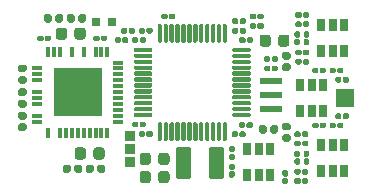
<source format=gbr>
%TF.GenerationSoftware,KiCad,Pcbnew,(5.1.6)-1*%
%TF.CreationDate,2020-10-08T19:10:47-07:00*%
%TF.ProjectId,SinESC-Multi-2.3B,53696e45-5343-42d4-9d75-6c74692d322e,2.3B*%
%TF.SameCoordinates,Original*%
%TF.FileFunction,Soldermask,Top*%
%TF.FilePolarity,Negative*%
%FSLAX46Y46*%
G04 Gerber Fmt 4.6, Leading zero omitted, Abs format (unit mm)*
G04 Created by KiCad (PCBNEW (5.1.6)-1) date 2020-10-08 19:10:47*
%MOMM*%
%LPD*%
G01*
G04 APERTURE LIST*
%ADD10R,0.878000X0.878000*%
%ADD11R,1.578000X1.578000*%
%ADD12R,0.678000X0.778000*%
%ADD13R,0.728000X1.138000*%
%ADD14R,4.167400X4.167400*%
%ADD15R,0.840000X0.332000*%
%ADD16R,0.332000X0.840000*%
%ADD17R,1.978000X0.478000*%
G04 APERTURE END LIST*
%TO.C,R24*%
G36*
G01*
X39169500Y-29149000D02*
X38930500Y-29149000D01*
G75*
G02*
X38811000Y-29029500I0J119500D01*
G01*
X38811000Y-28730500D01*
G75*
G02*
X38930500Y-28611000I119500J0D01*
G01*
X39169500Y-28611000D01*
G75*
G02*
X39289000Y-28730500I0J-119500D01*
G01*
X39289000Y-29029500D01*
G75*
G02*
X39169500Y-29149000I-119500J0D01*
G01*
G37*
G36*
G01*
X39169500Y-29789000D02*
X38930500Y-29789000D01*
G75*
G02*
X38811000Y-29669500I0J119500D01*
G01*
X38811000Y-29370500D01*
G75*
G02*
X38930500Y-29251000I119500J0D01*
G01*
X39169500Y-29251000D01*
G75*
G02*
X39289000Y-29370500I0J-119500D01*
G01*
X39289000Y-29669500D01*
G75*
G02*
X39169500Y-29789000I-119500J0D01*
G01*
G37*
%TD*%
%TO.C,L1*%
G36*
G01*
X31114000Y-26901600D02*
X31114000Y-29098400D01*
G75*
G02*
X30848400Y-29364000I-265600J0D01*
G01*
X30051600Y-29364000D01*
G75*
G02*
X29786000Y-29098400I0J265600D01*
G01*
X29786000Y-26901600D01*
G75*
G02*
X30051600Y-26636000I265600J0D01*
G01*
X30848400Y-26636000D01*
G75*
G02*
X31114000Y-26901600I0J-265600D01*
G01*
G37*
G36*
G01*
X33914000Y-26901600D02*
X33914000Y-29098400D01*
G75*
G02*
X33648400Y-29364000I-265600J0D01*
G01*
X32851600Y-29364000D01*
G75*
G02*
X32586000Y-29098400I0J265600D01*
G01*
X32586000Y-26901600D01*
G75*
G02*
X32851600Y-26636000I265600J0D01*
G01*
X33648400Y-26636000D01*
G75*
G02*
X33914000Y-26901600I0J-265600D01*
G01*
G37*
%TD*%
%TO.C,U1*%
G36*
G01*
X34139000Y-24668000D02*
X34139000Y-26032000D01*
G75*
G02*
X34044500Y-26126500I-94500J0D01*
G01*
X33855500Y-26126500D01*
G75*
G02*
X33761000Y-26032000I0J94500D01*
G01*
X33761000Y-24668000D01*
G75*
G02*
X33855500Y-24573500I94500J0D01*
G01*
X34044500Y-24573500D01*
G75*
G02*
X34139000Y-24668000I0J-94500D01*
G01*
G37*
G36*
G01*
X33639000Y-24668000D02*
X33639000Y-26032000D01*
G75*
G02*
X33544500Y-26126500I-94500J0D01*
G01*
X33355500Y-26126500D01*
G75*
G02*
X33261000Y-26032000I0J94500D01*
G01*
X33261000Y-24668000D01*
G75*
G02*
X33355500Y-24573500I94500J0D01*
G01*
X33544500Y-24573500D01*
G75*
G02*
X33639000Y-24668000I0J-94500D01*
G01*
G37*
G36*
G01*
X33139000Y-24668000D02*
X33139000Y-26032000D01*
G75*
G02*
X33044500Y-26126500I-94500J0D01*
G01*
X32855500Y-26126500D01*
G75*
G02*
X32761000Y-26032000I0J94500D01*
G01*
X32761000Y-24668000D01*
G75*
G02*
X32855500Y-24573500I94500J0D01*
G01*
X33044500Y-24573500D01*
G75*
G02*
X33139000Y-24668000I0J-94500D01*
G01*
G37*
G36*
G01*
X32639000Y-24668000D02*
X32639000Y-26032000D01*
G75*
G02*
X32544500Y-26126500I-94500J0D01*
G01*
X32355500Y-26126500D01*
G75*
G02*
X32261000Y-26032000I0J94500D01*
G01*
X32261000Y-24668000D01*
G75*
G02*
X32355500Y-24573500I94500J0D01*
G01*
X32544500Y-24573500D01*
G75*
G02*
X32639000Y-24668000I0J-94500D01*
G01*
G37*
G36*
G01*
X32139000Y-24668000D02*
X32139000Y-26032000D01*
G75*
G02*
X32044500Y-26126500I-94500J0D01*
G01*
X31855500Y-26126500D01*
G75*
G02*
X31761000Y-26032000I0J94500D01*
G01*
X31761000Y-24668000D01*
G75*
G02*
X31855500Y-24573500I94500J0D01*
G01*
X32044500Y-24573500D01*
G75*
G02*
X32139000Y-24668000I0J-94500D01*
G01*
G37*
G36*
G01*
X31639000Y-24668000D02*
X31639000Y-26032000D01*
G75*
G02*
X31544500Y-26126500I-94500J0D01*
G01*
X31355500Y-26126500D01*
G75*
G02*
X31261000Y-26032000I0J94500D01*
G01*
X31261000Y-24668000D01*
G75*
G02*
X31355500Y-24573500I94500J0D01*
G01*
X31544500Y-24573500D01*
G75*
G02*
X31639000Y-24668000I0J-94500D01*
G01*
G37*
G36*
G01*
X31139000Y-24668000D02*
X31139000Y-26032000D01*
G75*
G02*
X31044500Y-26126500I-94500J0D01*
G01*
X30855500Y-26126500D01*
G75*
G02*
X30761000Y-26032000I0J94500D01*
G01*
X30761000Y-24668000D01*
G75*
G02*
X30855500Y-24573500I94500J0D01*
G01*
X31044500Y-24573500D01*
G75*
G02*
X31139000Y-24668000I0J-94500D01*
G01*
G37*
G36*
G01*
X30639000Y-24668000D02*
X30639000Y-26032000D01*
G75*
G02*
X30544500Y-26126500I-94500J0D01*
G01*
X30355500Y-26126500D01*
G75*
G02*
X30261000Y-26032000I0J94500D01*
G01*
X30261000Y-24668000D01*
G75*
G02*
X30355500Y-24573500I94500J0D01*
G01*
X30544500Y-24573500D01*
G75*
G02*
X30639000Y-24668000I0J-94500D01*
G01*
G37*
G36*
G01*
X30139000Y-24668000D02*
X30139000Y-26032000D01*
G75*
G02*
X30044500Y-26126500I-94500J0D01*
G01*
X29855500Y-26126500D01*
G75*
G02*
X29761000Y-26032000I0J94500D01*
G01*
X29761000Y-24668000D01*
G75*
G02*
X29855500Y-24573500I94500J0D01*
G01*
X30044500Y-24573500D01*
G75*
G02*
X30139000Y-24668000I0J-94500D01*
G01*
G37*
G36*
G01*
X29639000Y-24668000D02*
X29639000Y-26032000D01*
G75*
G02*
X29544500Y-26126500I-94500J0D01*
G01*
X29355500Y-26126500D01*
G75*
G02*
X29261000Y-26032000I0J94500D01*
G01*
X29261000Y-24668000D01*
G75*
G02*
X29355500Y-24573500I94500J0D01*
G01*
X29544500Y-24573500D01*
G75*
G02*
X29639000Y-24668000I0J-94500D01*
G01*
G37*
G36*
G01*
X29139000Y-24668000D02*
X29139000Y-26032000D01*
G75*
G02*
X29044500Y-26126500I-94500J0D01*
G01*
X28855500Y-26126500D01*
G75*
G02*
X28761000Y-26032000I0J94500D01*
G01*
X28761000Y-24668000D01*
G75*
G02*
X28855500Y-24573500I94500J0D01*
G01*
X29044500Y-24573500D01*
G75*
G02*
X29139000Y-24668000I0J-94500D01*
G01*
G37*
G36*
G01*
X28639000Y-24668000D02*
X28639000Y-26032000D01*
G75*
G02*
X28544500Y-26126500I-94500J0D01*
G01*
X28355500Y-26126500D01*
G75*
G02*
X28261000Y-26032000I0J94500D01*
G01*
X28261000Y-24668000D01*
G75*
G02*
X28355500Y-24573500I94500J0D01*
G01*
X28544500Y-24573500D01*
G75*
G02*
X28639000Y-24668000I0J-94500D01*
G01*
G37*
G36*
G01*
X27814000Y-23843000D02*
X27814000Y-24032000D01*
G75*
G02*
X27719500Y-24126500I-94500J0D01*
G01*
X26355500Y-24126500D01*
G75*
G02*
X26261000Y-24032000I0J94500D01*
G01*
X26261000Y-23843000D01*
G75*
G02*
X26355500Y-23748500I94500J0D01*
G01*
X27719500Y-23748500D01*
G75*
G02*
X27814000Y-23843000I0J-94500D01*
G01*
G37*
G36*
G01*
X27814000Y-23343000D02*
X27814000Y-23532000D01*
G75*
G02*
X27719500Y-23626500I-94500J0D01*
G01*
X26355500Y-23626500D01*
G75*
G02*
X26261000Y-23532000I0J94500D01*
G01*
X26261000Y-23343000D01*
G75*
G02*
X26355500Y-23248500I94500J0D01*
G01*
X27719500Y-23248500D01*
G75*
G02*
X27814000Y-23343000I0J-94500D01*
G01*
G37*
G36*
G01*
X27814000Y-22843000D02*
X27814000Y-23032000D01*
G75*
G02*
X27719500Y-23126500I-94500J0D01*
G01*
X26355500Y-23126500D01*
G75*
G02*
X26261000Y-23032000I0J94500D01*
G01*
X26261000Y-22843000D01*
G75*
G02*
X26355500Y-22748500I94500J0D01*
G01*
X27719500Y-22748500D01*
G75*
G02*
X27814000Y-22843000I0J-94500D01*
G01*
G37*
G36*
G01*
X27814000Y-22343000D02*
X27814000Y-22532000D01*
G75*
G02*
X27719500Y-22626500I-94500J0D01*
G01*
X26355500Y-22626500D01*
G75*
G02*
X26261000Y-22532000I0J94500D01*
G01*
X26261000Y-22343000D01*
G75*
G02*
X26355500Y-22248500I94500J0D01*
G01*
X27719500Y-22248500D01*
G75*
G02*
X27814000Y-22343000I0J-94500D01*
G01*
G37*
G36*
G01*
X27814000Y-21843000D02*
X27814000Y-22032000D01*
G75*
G02*
X27719500Y-22126500I-94500J0D01*
G01*
X26355500Y-22126500D01*
G75*
G02*
X26261000Y-22032000I0J94500D01*
G01*
X26261000Y-21843000D01*
G75*
G02*
X26355500Y-21748500I94500J0D01*
G01*
X27719500Y-21748500D01*
G75*
G02*
X27814000Y-21843000I0J-94500D01*
G01*
G37*
G36*
G01*
X27814000Y-21343000D02*
X27814000Y-21532000D01*
G75*
G02*
X27719500Y-21626500I-94500J0D01*
G01*
X26355500Y-21626500D01*
G75*
G02*
X26261000Y-21532000I0J94500D01*
G01*
X26261000Y-21343000D01*
G75*
G02*
X26355500Y-21248500I94500J0D01*
G01*
X27719500Y-21248500D01*
G75*
G02*
X27814000Y-21343000I0J-94500D01*
G01*
G37*
G36*
G01*
X27814000Y-20843000D02*
X27814000Y-21032000D01*
G75*
G02*
X27719500Y-21126500I-94500J0D01*
G01*
X26355500Y-21126500D01*
G75*
G02*
X26261000Y-21032000I0J94500D01*
G01*
X26261000Y-20843000D01*
G75*
G02*
X26355500Y-20748500I94500J0D01*
G01*
X27719500Y-20748500D01*
G75*
G02*
X27814000Y-20843000I0J-94500D01*
G01*
G37*
G36*
G01*
X27814000Y-20343000D02*
X27814000Y-20532000D01*
G75*
G02*
X27719500Y-20626500I-94500J0D01*
G01*
X26355500Y-20626500D01*
G75*
G02*
X26261000Y-20532000I0J94500D01*
G01*
X26261000Y-20343000D01*
G75*
G02*
X26355500Y-20248500I94500J0D01*
G01*
X27719500Y-20248500D01*
G75*
G02*
X27814000Y-20343000I0J-94500D01*
G01*
G37*
G36*
G01*
X27814000Y-19843000D02*
X27814000Y-20032000D01*
G75*
G02*
X27719500Y-20126500I-94500J0D01*
G01*
X26355500Y-20126500D01*
G75*
G02*
X26261000Y-20032000I0J94500D01*
G01*
X26261000Y-19843000D01*
G75*
G02*
X26355500Y-19748500I94500J0D01*
G01*
X27719500Y-19748500D01*
G75*
G02*
X27814000Y-19843000I0J-94500D01*
G01*
G37*
G36*
G01*
X27814000Y-19343000D02*
X27814000Y-19532000D01*
G75*
G02*
X27719500Y-19626500I-94500J0D01*
G01*
X26355500Y-19626500D01*
G75*
G02*
X26261000Y-19532000I0J94500D01*
G01*
X26261000Y-19343000D01*
G75*
G02*
X26355500Y-19248500I94500J0D01*
G01*
X27719500Y-19248500D01*
G75*
G02*
X27814000Y-19343000I0J-94500D01*
G01*
G37*
G36*
G01*
X27814000Y-18843000D02*
X27814000Y-19032000D01*
G75*
G02*
X27719500Y-19126500I-94500J0D01*
G01*
X26355500Y-19126500D01*
G75*
G02*
X26261000Y-19032000I0J94500D01*
G01*
X26261000Y-18843000D01*
G75*
G02*
X26355500Y-18748500I94500J0D01*
G01*
X27719500Y-18748500D01*
G75*
G02*
X27814000Y-18843000I0J-94500D01*
G01*
G37*
G36*
G01*
X27814000Y-18343000D02*
X27814000Y-18532000D01*
G75*
G02*
X27719500Y-18626500I-94500J0D01*
G01*
X26355500Y-18626500D01*
G75*
G02*
X26261000Y-18532000I0J94500D01*
G01*
X26261000Y-18343000D01*
G75*
G02*
X26355500Y-18248500I94500J0D01*
G01*
X27719500Y-18248500D01*
G75*
G02*
X27814000Y-18343000I0J-94500D01*
G01*
G37*
G36*
G01*
X28639000Y-16343000D02*
X28639000Y-17707000D01*
G75*
G02*
X28544500Y-17801500I-94500J0D01*
G01*
X28355500Y-17801500D01*
G75*
G02*
X28261000Y-17707000I0J94500D01*
G01*
X28261000Y-16343000D01*
G75*
G02*
X28355500Y-16248500I94500J0D01*
G01*
X28544500Y-16248500D01*
G75*
G02*
X28639000Y-16343000I0J-94500D01*
G01*
G37*
G36*
G01*
X29139000Y-16343000D02*
X29139000Y-17707000D01*
G75*
G02*
X29044500Y-17801500I-94500J0D01*
G01*
X28855500Y-17801500D01*
G75*
G02*
X28761000Y-17707000I0J94500D01*
G01*
X28761000Y-16343000D01*
G75*
G02*
X28855500Y-16248500I94500J0D01*
G01*
X29044500Y-16248500D01*
G75*
G02*
X29139000Y-16343000I0J-94500D01*
G01*
G37*
G36*
G01*
X29639000Y-16343000D02*
X29639000Y-17707000D01*
G75*
G02*
X29544500Y-17801500I-94500J0D01*
G01*
X29355500Y-17801500D01*
G75*
G02*
X29261000Y-17707000I0J94500D01*
G01*
X29261000Y-16343000D01*
G75*
G02*
X29355500Y-16248500I94500J0D01*
G01*
X29544500Y-16248500D01*
G75*
G02*
X29639000Y-16343000I0J-94500D01*
G01*
G37*
G36*
G01*
X30139000Y-16343000D02*
X30139000Y-17707000D01*
G75*
G02*
X30044500Y-17801500I-94500J0D01*
G01*
X29855500Y-17801500D01*
G75*
G02*
X29761000Y-17707000I0J94500D01*
G01*
X29761000Y-16343000D01*
G75*
G02*
X29855500Y-16248500I94500J0D01*
G01*
X30044500Y-16248500D01*
G75*
G02*
X30139000Y-16343000I0J-94500D01*
G01*
G37*
G36*
G01*
X30639000Y-16343000D02*
X30639000Y-17707000D01*
G75*
G02*
X30544500Y-17801500I-94500J0D01*
G01*
X30355500Y-17801500D01*
G75*
G02*
X30261000Y-17707000I0J94500D01*
G01*
X30261000Y-16343000D01*
G75*
G02*
X30355500Y-16248500I94500J0D01*
G01*
X30544500Y-16248500D01*
G75*
G02*
X30639000Y-16343000I0J-94500D01*
G01*
G37*
G36*
G01*
X31139000Y-16343000D02*
X31139000Y-17707000D01*
G75*
G02*
X31044500Y-17801500I-94500J0D01*
G01*
X30855500Y-17801500D01*
G75*
G02*
X30761000Y-17707000I0J94500D01*
G01*
X30761000Y-16343000D01*
G75*
G02*
X30855500Y-16248500I94500J0D01*
G01*
X31044500Y-16248500D01*
G75*
G02*
X31139000Y-16343000I0J-94500D01*
G01*
G37*
G36*
G01*
X31639000Y-16343000D02*
X31639000Y-17707000D01*
G75*
G02*
X31544500Y-17801500I-94500J0D01*
G01*
X31355500Y-17801500D01*
G75*
G02*
X31261000Y-17707000I0J94500D01*
G01*
X31261000Y-16343000D01*
G75*
G02*
X31355500Y-16248500I94500J0D01*
G01*
X31544500Y-16248500D01*
G75*
G02*
X31639000Y-16343000I0J-94500D01*
G01*
G37*
G36*
G01*
X32139000Y-16343000D02*
X32139000Y-17707000D01*
G75*
G02*
X32044500Y-17801500I-94500J0D01*
G01*
X31855500Y-17801500D01*
G75*
G02*
X31761000Y-17707000I0J94500D01*
G01*
X31761000Y-16343000D01*
G75*
G02*
X31855500Y-16248500I94500J0D01*
G01*
X32044500Y-16248500D01*
G75*
G02*
X32139000Y-16343000I0J-94500D01*
G01*
G37*
G36*
G01*
X32639000Y-16343000D02*
X32639000Y-17707000D01*
G75*
G02*
X32544500Y-17801500I-94500J0D01*
G01*
X32355500Y-17801500D01*
G75*
G02*
X32261000Y-17707000I0J94500D01*
G01*
X32261000Y-16343000D01*
G75*
G02*
X32355500Y-16248500I94500J0D01*
G01*
X32544500Y-16248500D01*
G75*
G02*
X32639000Y-16343000I0J-94500D01*
G01*
G37*
G36*
G01*
X33139000Y-16343000D02*
X33139000Y-17707000D01*
G75*
G02*
X33044500Y-17801500I-94500J0D01*
G01*
X32855500Y-17801500D01*
G75*
G02*
X32761000Y-17707000I0J94500D01*
G01*
X32761000Y-16343000D01*
G75*
G02*
X32855500Y-16248500I94500J0D01*
G01*
X33044500Y-16248500D01*
G75*
G02*
X33139000Y-16343000I0J-94500D01*
G01*
G37*
G36*
G01*
X33639000Y-16343000D02*
X33639000Y-17707000D01*
G75*
G02*
X33544500Y-17801500I-94500J0D01*
G01*
X33355500Y-17801500D01*
G75*
G02*
X33261000Y-17707000I0J94500D01*
G01*
X33261000Y-16343000D01*
G75*
G02*
X33355500Y-16248500I94500J0D01*
G01*
X33544500Y-16248500D01*
G75*
G02*
X33639000Y-16343000I0J-94500D01*
G01*
G37*
G36*
G01*
X34139000Y-16343000D02*
X34139000Y-17707000D01*
G75*
G02*
X34044500Y-17801500I-94500J0D01*
G01*
X33855500Y-17801500D01*
G75*
G02*
X33761000Y-17707000I0J94500D01*
G01*
X33761000Y-16343000D01*
G75*
G02*
X33855500Y-16248500I94500J0D01*
G01*
X34044500Y-16248500D01*
G75*
G02*
X34139000Y-16343000I0J-94500D01*
G01*
G37*
G36*
G01*
X36139000Y-18343000D02*
X36139000Y-18532000D01*
G75*
G02*
X36044500Y-18626500I-94500J0D01*
G01*
X34680500Y-18626500D01*
G75*
G02*
X34586000Y-18532000I0J94500D01*
G01*
X34586000Y-18343000D01*
G75*
G02*
X34680500Y-18248500I94500J0D01*
G01*
X36044500Y-18248500D01*
G75*
G02*
X36139000Y-18343000I0J-94500D01*
G01*
G37*
G36*
G01*
X36139000Y-18843000D02*
X36139000Y-19032000D01*
G75*
G02*
X36044500Y-19126500I-94500J0D01*
G01*
X34680500Y-19126500D01*
G75*
G02*
X34586000Y-19032000I0J94500D01*
G01*
X34586000Y-18843000D01*
G75*
G02*
X34680500Y-18748500I94500J0D01*
G01*
X36044500Y-18748500D01*
G75*
G02*
X36139000Y-18843000I0J-94500D01*
G01*
G37*
G36*
G01*
X36139000Y-19343000D02*
X36139000Y-19532000D01*
G75*
G02*
X36044500Y-19626500I-94500J0D01*
G01*
X34680500Y-19626500D01*
G75*
G02*
X34586000Y-19532000I0J94500D01*
G01*
X34586000Y-19343000D01*
G75*
G02*
X34680500Y-19248500I94500J0D01*
G01*
X36044500Y-19248500D01*
G75*
G02*
X36139000Y-19343000I0J-94500D01*
G01*
G37*
G36*
G01*
X36139000Y-19843000D02*
X36139000Y-20032000D01*
G75*
G02*
X36044500Y-20126500I-94500J0D01*
G01*
X34680500Y-20126500D01*
G75*
G02*
X34586000Y-20032000I0J94500D01*
G01*
X34586000Y-19843000D01*
G75*
G02*
X34680500Y-19748500I94500J0D01*
G01*
X36044500Y-19748500D01*
G75*
G02*
X36139000Y-19843000I0J-94500D01*
G01*
G37*
G36*
G01*
X36139000Y-20343000D02*
X36139000Y-20532000D01*
G75*
G02*
X36044500Y-20626500I-94500J0D01*
G01*
X34680500Y-20626500D01*
G75*
G02*
X34586000Y-20532000I0J94500D01*
G01*
X34586000Y-20343000D01*
G75*
G02*
X34680500Y-20248500I94500J0D01*
G01*
X36044500Y-20248500D01*
G75*
G02*
X36139000Y-20343000I0J-94500D01*
G01*
G37*
G36*
G01*
X36139000Y-20843000D02*
X36139000Y-21032000D01*
G75*
G02*
X36044500Y-21126500I-94500J0D01*
G01*
X34680500Y-21126500D01*
G75*
G02*
X34586000Y-21032000I0J94500D01*
G01*
X34586000Y-20843000D01*
G75*
G02*
X34680500Y-20748500I94500J0D01*
G01*
X36044500Y-20748500D01*
G75*
G02*
X36139000Y-20843000I0J-94500D01*
G01*
G37*
G36*
G01*
X36139000Y-21343000D02*
X36139000Y-21532000D01*
G75*
G02*
X36044500Y-21626500I-94500J0D01*
G01*
X34680500Y-21626500D01*
G75*
G02*
X34586000Y-21532000I0J94500D01*
G01*
X34586000Y-21343000D01*
G75*
G02*
X34680500Y-21248500I94500J0D01*
G01*
X36044500Y-21248500D01*
G75*
G02*
X36139000Y-21343000I0J-94500D01*
G01*
G37*
G36*
G01*
X36139000Y-21843000D02*
X36139000Y-22032000D01*
G75*
G02*
X36044500Y-22126500I-94500J0D01*
G01*
X34680500Y-22126500D01*
G75*
G02*
X34586000Y-22032000I0J94500D01*
G01*
X34586000Y-21843000D01*
G75*
G02*
X34680500Y-21748500I94500J0D01*
G01*
X36044500Y-21748500D01*
G75*
G02*
X36139000Y-21843000I0J-94500D01*
G01*
G37*
G36*
G01*
X36139000Y-22343000D02*
X36139000Y-22532000D01*
G75*
G02*
X36044500Y-22626500I-94500J0D01*
G01*
X34680500Y-22626500D01*
G75*
G02*
X34586000Y-22532000I0J94500D01*
G01*
X34586000Y-22343000D01*
G75*
G02*
X34680500Y-22248500I94500J0D01*
G01*
X36044500Y-22248500D01*
G75*
G02*
X36139000Y-22343000I0J-94500D01*
G01*
G37*
G36*
G01*
X36139000Y-22843000D02*
X36139000Y-23032000D01*
G75*
G02*
X36044500Y-23126500I-94500J0D01*
G01*
X34680500Y-23126500D01*
G75*
G02*
X34586000Y-23032000I0J94500D01*
G01*
X34586000Y-22843000D01*
G75*
G02*
X34680500Y-22748500I94500J0D01*
G01*
X36044500Y-22748500D01*
G75*
G02*
X36139000Y-22843000I0J-94500D01*
G01*
G37*
G36*
G01*
X36139000Y-23343000D02*
X36139000Y-23532000D01*
G75*
G02*
X36044500Y-23626500I-94500J0D01*
G01*
X34680500Y-23626500D01*
G75*
G02*
X34586000Y-23532000I0J94500D01*
G01*
X34586000Y-23343000D01*
G75*
G02*
X34680500Y-23248500I94500J0D01*
G01*
X36044500Y-23248500D01*
G75*
G02*
X36139000Y-23343000I0J-94500D01*
G01*
G37*
G36*
G01*
X36139000Y-23843000D02*
X36139000Y-24032000D01*
G75*
G02*
X36044500Y-24126500I-94500J0D01*
G01*
X34680500Y-24126500D01*
G75*
G02*
X34586000Y-24032000I0J94500D01*
G01*
X34586000Y-23843000D01*
G75*
G02*
X34680500Y-23748500I94500J0D01*
G01*
X36044500Y-23748500D01*
G75*
G02*
X36139000Y-23843000I0J-94500D01*
G01*
G37*
%TD*%
%TO.C,R10*%
G36*
G01*
X41879000Y-24705500D02*
X41879000Y-24944500D01*
G75*
G02*
X41759500Y-25064000I-119500J0D01*
G01*
X41460500Y-25064000D01*
G75*
G02*
X41341000Y-24944500I0J119500D01*
G01*
X41341000Y-24705500D01*
G75*
G02*
X41460500Y-24586000I119500J0D01*
G01*
X41759500Y-24586000D01*
G75*
G02*
X41879000Y-24705500I0J-119500D01*
G01*
G37*
G36*
G01*
X42519000Y-24705500D02*
X42519000Y-24944500D01*
G75*
G02*
X42399500Y-25064000I-119500J0D01*
G01*
X42100500Y-25064000D01*
G75*
G02*
X41981000Y-24944500I0J119500D01*
G01*
X41981000Y-24705500D01*
G75*
G02*
X42100500Y-24586000I119500J0D01*
G01*
X42399500Y-24586000D01*
G75*
G02*
X42519000Y-24705500I0J-119500D01*
G01*
G37*
%TD*%
%TO.C,C6*%
G36*
G01*
X35699000Y-17480500D02*
X35699000Y-17719500D01*
G75*
G02*
X35579500Y-17839000I-119500J0D01*
G01*
X35280500Y-17839000D01*
G75*
G02*
X35161000Y-17719500I0J119500D01*
G01*
X35161000Y-17480500D01*
G75*
G02*
X35280500Y-17361000I119500J0D01*
G01*
X35579500Y-17361000D01*
G75*
G02*
X35699000Y-17480500I0J-119500D01*
G01*
G37*
G36*
G01*
X36339000Y-17480500D02*
X36339000Y-17719500D01*
G75*
G02*
X36219500Y-17839000I-119500J0D01*
G01*
X35920500Y-17839000D01*
G75*
G02*
X35801000Y-17719500I0J119500D01*
G01*
X35801000Y-17480500D01*
G75*
G02*
X35920500Y-17361000I119500J0D01*
G01*
X36219500Y-17361000D01*
G75*
G02*
X36339000Y-17480500I0J-119500D01*
G01*
G37*
%TD*%
%TO.C,C21*%
G36*
G01*
X20589000Y-16774250D02*
X20589000Y-17325750D01*
G75*
G02*
X20350750Y-17564000I-238250J0D01*
G01*
X19874250Y-17564000D01*
G75*
G02*
X19636000Y-17325750I0J238250D01*
G01*
X19636000Y-16774250D01*
G75*
G02*
X19874250Y-16536000I238250J0D01*
G01*
X20350750Y-16536000D01*
G75*
G02*
X20589000Y-16774250I0J-238250D01*
G01*
G37*
G36*
G01*
X22164000Y-16774250D02*
X22164000Y-17325750D01*
G75*
G02*
X21925750Y-17564000I-238250J0D01*
G01*
X21449250Y-17564000D01*
G75*
G02*
X21211000Y-17325750I0J238250D01*
G01*
X21211000Y-16774250D01*
G75*
G02*
X21449250Y-16536000I238250J0D01*
G01*
X21925750Y-16536000D01*
G75*
G02*
X22164000Y-16774250I0J-238250D01*
G01*
G37*
%TD*%
%TO.C,C20*%
G36*
G01*
X18599000Y-17330500D02*
X18599000Y-17569500D01*
G75*
G02*
X18479500Y-17689000I-119500J0D01*
G01*
X18180500Y-17689000D01*
G75*
G02*
X18061000Y-17569500I0J119500D01*
G01*
X18061000Y-17330500D01*
G75*
G02*
X18180500Y-17211000I119500J0D01*
G01*
X18479500Y-17211000D01*
G75*
G02*
X18599000Y-17330500I0J-119500D01*
G01*
G37*
G36*
G01*
X19239000Y-17330500D02*
X19239000Y-17569500D01*
G75*
G02*
X19119500Y-17689000I-119500J0D01*
G01*
X18820500Y-17689000D01*
G75*
G02*
X18701000Y-17569500I0J119500D01*
G01*
X18701000Y-17330500D01*
G75*
G02*
X18820500Y-17211000I119500J0D01*
G01*
X19119500Y-17211000D01*
G75*
G02*
X19239000Y-17330500I0J-119500D01*
G01*
G37*
%TD*%
%TO.C,C22*%
G36*
G01*
X22811000Y-27475750D02*
X22811000Y-26924250D01*
G75*
G02*
X23049250Y-26686000I238250J0D01*
G01*
X23525750Y-26686000D01*
G75*
G02*
X23764000Y-26924250I0J-238250D01*
G01*
X23764000Y-27475750D01*
G75*
G02*
X23525750Y-27714000I-238250J0D01*
G01*
X23049250Y-27714000D01*
G75*
G02*
X22811000Y-27475750I0J238250D01*
G01*
G37*
G36*
G01*
X21236000Y-27475750D02*
X21236000Y-26924250D01*
G75*
G02*
X21474250Y-26686000I238250J0D01*
G01*
X21950750Y-26686000D01*
G75*
G02*
X22189000Y-26924250I0J-238250D01*
G01*
X22189000Y-27475750D01*
G75*
G02*
X21950750Y-27714000I-238250J0D01*
G01*
X21474250Y-27714000D01*
G75*
G02*
X21236000Y-27475750I0J238250D01*
G01*
G37*
%TD*%
%TO.C,C19*%
G36*
G01*
X20899000Y-28308000D02*
X20899000Y-28692000D01*
G75*
G02*
X20732000Y-28859000I-167000J0D01*
G01*
X20398000Y-28859000D01*
G75*
G02*
X20231000Y-28692000I0J167000D01*
G01*
X20231000Y-28308000D01*
G75*
G02*
X20398000Y-28141000I167000J0D01*
G01*
X20732000Y-28141000D01*
G75*
G02*
X20899000Y-28308000I0J-167000D01*
G01*
G37*
G36*
G01*
X21869000Y-28308000D02*
X21869000Y-28692000D01*
G75*
G02*
X21702000Y-28859000I-167000J0D01*
G01*
X21368000Y-28859000D01*
G75*
G02*
X21201000Y-28692000I0J167000D01*
G01*
X21201000Y-28308000D01*
G75*
G02*
X21368000Y-28141000I167000J0D01*
G01*
X21702000Y-28141000D01*
G75*
G02*
X21869000Y-28308000I0J-167000D01*
G01*
G37*
%TD*%
%TO.C,C17*%
G36*
G01*
X23349000Y-17330500D02*
X23349000Y-17569500D01*
G75*
G02*
X23229500Y-17689000I-119500J0D01*
G01*
X22930500Y-17689000D01*
G75*
G02*
X22811000Y-17569500I0J119500D01*
G01*
X22811000Y-17330500D01*
G75*
G02*
X22930500Y-17211000I119500J0D01*
G01*
X23229500Y-17211000D01*
G75*
G02*
X23349000Y-17330500I0J-119500D01*
G01*
G37*
G36*
G01*
X23989000Y-17330500D02*
X23989000Y-17569500D01*
G75*
G02*
X23869500Y-17689000I-119500J0D01*
G01*
X23570500Y-17689000D01*
G75*
G02*
X23451000Y-17569500I0J119500D01*
G01*
X23451000Y-17330500D01*
G75*
G02*
X23570500Y-17211000I119500J0D01*
G01*
X23869500Y-17211000D01*
G75*
G02*
X23989000Y-17330500I0J-119500D01*
G01*
G37*
%TD*%
D10*
%TO.C,TP3*%
X25900000Y-27900000D03*
%TD*%
%TO.C,TP2*%
X25900000Y-26800000D03*
%TD*%
%TO.C,TP1*%
X25900000Y-25700000D03*
%TD*%
D11*
%TO.C,J6*%
X44150000Y-22500000D03*
%TD*%
%TO.C,C1*%
G36*
G01*
X35781000Y-24919500D02*
X35781000Y-24680500D01*
G75*
G02*
X35900500Y-24561000I119500J0D01*
G01*
X36199500Y-24561000D01*
G75*
G02*
X36319000Y-24680500I0J-119500D01*
G01*
X36319000Y-24919500D01*
G75*
G02*
X36199500Y-25039000I-119500J0D01*
G01*
X35900500Y-25039000D01*
G75*
G02*
X35781000Y-24919500I0J119500D01*
G01*
G37*
G36*
G01*
X35141000Y-24919500D02*
X35141000Y-24680500D01*
G75*
G02*
X35260500Y-24561000I119500J0D01*
G01*
X35559500Y-24561000D01*
G75*
G02*
X35679000Y-24680500I0J-119500D01*
G01*
X35679000Y-24919500D01*
G75*
G02*
X35559500Y-25039000I-119500J0D01*
G01*
X35260500Y-25039000D01*
G75*
G02*
X35141000Y-24919500I0J119500D01*
G01*
G37*
%TD*%
%TO.C,C2*%
G36*
G01*
X37901000Y-20119500D02*
X37901000Y-19880500D01*
G75*
G02*
X38020500Y-19761000I119500J0D01*
G01*
X38319500Y-19761000D01*
G75*
G02*
X38439000Y-19880500I0J-119500D01*
G01*
X38439000Y-20119500D01*
G75*
G02*
X38319500Y-20239000I-119500J0D01*
G01*
X38020500Y-20239000D01*
G75*
G02*
X37901000Y-20119500I0J119500D01*
G01*
G37*
G36*
G01*
X37261000Y-20119500D02*
X37261000Y-19880500D01*
G75*
G02*
X37380500Y-19761000I119500J0D01*
G01*
X37679500Y-19761000D01*
G75*
G02*
X37799000Y-19880500I0J-119500D01*
G01*
X37799000Y-20119500D01*
G75*
G02*
X37679500Y-20239000I-119500J0D01*
G01*
X37380500Y-20239000D01*
G75*
G02*
X37261000Y-20119500I0J119500D01*
G01*
G37*
%TD*%
%TO.C,C3*%
G36*
G01*
X35171000Y-25694500D02*
X35171000Y-25455500D01*
G75*
G02*
X35290500Y-25336000I119500J0D01*
G01*
X35589500Y-25336000D01*
G75*
G02*
X35709000Y-25455500I0J-119500D01*
G01*
X35709000Y-25694500D01*
G75*
G02*
X35589500Y-25814000I-119500J0D01*
G01*
X35290500Y-25814000D01*
G75*
G02*
X35171000Y-25694500I0J119500D01*
G01*
G37*
G36*
G01*
X34531000Y-25694500D02*
X34531000Y-25455500D01*
G75*
G02*
X34650500Y-25336000I119500J0D01*
G01*
X34949500Y-25336000D01*
G75*
G02*
X35069000Y-25455500I0J-119500D01*
G01*
X35069000Y-25694500D01*
G75*
G02*
X34949500Y-25814000I-119500J0D01*
G01*
X34650500Y-25814000D01*
G75*
G02*
X34531000Y-25694500I0J119500D01*
G01*
G37*
%TD*%
%TO.C,C4*%
G36*
G01*
X27199000Y-16680500D02*
X27199000Y-16919500D01*
G75*
G02*
X27079500Y-17039000I-119500J0D01*
G01*
X26780500Y-17039000D01*
G75*
G02*
X26661000Y-16919500I0J119500D01*
G01*
X26661000Y-16680500D01*
G75*
G02*
X26780500Y-16561000I119500J0D01*
G01*
X27079500Y-16561000D01*
G75*
G02*
X27199000Y-16680500I0J-119500D01*
G01*
G37*
G36*
G01*
X27839000Y-16680500D02*
X27839000Y-16919500D01*
G75*
G02*
X27719500Y-17039000I-119500J0D01*
G01*
X27420500Y-17039000D01*
G75*
G02*
X27301000Y-16919500I0J119500D01*
G01*
X27301000Y-16680500D01*
G75*
G02*
X27420500Y-16561000I119500J0D01*
G01*
X27719500Y-16561000D01*
G75*
G02*
X27839000Y-16680500I0J-119500D01*
G01*
G37*
%TD*%
%TO.C,C5*%
G36*
G01*
X26629000Y-17480500D02*
X26629000Y-17719500D01*
G75*
G02*
X26509500Y-17839000I-119500J0D01*
G01*
X26210500Y-17839000D01*
G75*
G02*
X26091000Y-17719500I0J119500D01*
G01*
X26091000Y-17480500D01*
G75*
G02*
X26210500Y-17361000I119500J0D01*
G01*
X26509500Y-17361000D01*
G75*
G02*
X26629000Y-17480500I0J-119500D01*
G01*
G37*
G36*
G01*
X27269000Y-17480500D02*
X27269000Y-17719500D01*
G75*
G02*
X27149500Y-17839000I-119500J0D01*
G01*
X26850500Y-17839000D01*
G75*
G02*
X26731000Y-17719500I0J119500D01*
G01*
X26731000Y-17480500D01*
G75*
G02*
X26850500Y-17361000I119500J0D01*
G01*
X27149500Y-17361000D01*
G75*
G02*
X27269000Y-17480500I0J-119500D01*
G01*
G37*
%TD*%
%TO.C,C7*%
G36*
G01*
X39955500Y-17501000D02*
X40194500Y-17501000D01*
G75*
G02*
X40314000Y-17620500I0J-119500D01*
G01*
X40314000Y-17919500D01*
G75*
G02*
X40194500Y-18039000I-119500J0D01*
G01*
X39955500Y-18039000D01*
G75*
G02*
X39836000Y-17919500I0J119500D01*
G01*
X39836000Y-17620500D01*
G75*
G02*
X39955500Y-17501000I119500J0D01*
G01*
G37*
G36*
G01*
X39955500Y-16861000D02*
X40194500Y-16861000D01*
G75*
G02*
X40314000Y-16980500I0J-119500D01*
G01*
X40314000Y-17279500D01*
G75*
G02*
X40194500Y-17399000I-119500J0D01*
G01*
X39955500Y-17399000D01*
G75*
G02*
X39836000Y-17279500I0J119500D01*
G01*
X39836000Y-16980500D01*
G75*
G02*
X39955500Y-16861000I119500J0D01*
G01*
G37*
%TD*%
%TO.C,C8*%
G36*
G01*
X26629000Y-24630500D02*
X26629000Y-24869500D01*
G75*
G02*
X26509500Y-24989000I-119500J0D01*
G01*
X26210500Y-24989000D01*
G75*
G02*
X26091000Y-24869500I0J119500D01*
G01*
X26091000Y-24630500D01*
G75*
G02*
X26210500Y-24511000I119500J0D01*
G01*
X26509500Y-24511000D01*
G75*
G02*
X26629000Y-24630500I0J-119500D01*
G01*
G37*
G36*
G01*
X27269000Y-24630500D02*
X27269000Y-24869500D01*
G75*
G02*
X27149500Y-24989000I-119500J0D01*
G01*
X26850500Y-24989000D01*
G75*
G02*
X26731000Y-24869500I0J119500D01*
G01*
X26731000Y-24630500D01*
G75*
G02*
X26850500Y-24511000I119500J0D01*
G01*
X27149500Y-24511000D01*
G75*
G02*
X27269000Y-24630500I0J-119500D01*
G01*
G37*
%TD*%
%TO.C,C9*%
G36*
G01*
X27199000Y-25430500D02*
X27199000Y-25669500D01*
G75*
G02*
X27079500Y-25789000I-119500J0D01*
G01*
X26780500Y-25789000D01*
G75*
G02*
X26661000Y-25669500I0J119500D01*
G01*
X26661000Y-25430500D01*
G75*
G02*
X26780500Y-25311000I119500J0D01*
G01*
X27079500Y-25311000D01*
G75*
G02*
X27199000Y-25430500I0J-119500D01*
G01*
G37*
G36*
G01*
X27839000Y-25430500D02*
X27839000Y-25669500D01*
G75*
G02*
X27719500Y-25789000I-119500J0D01*
G01*
X27420500Y-25789000D01*
G75*
G02*
X27301000Y-25669500I0J119500D01*
G01*
X27301000Y-25430500D01*
G75*
G02*
X27420500Y-25311000I119500J0D01*
G01*
X27719500Y-25311000D01*
G75*
G02*
X27839000Y-25430500I0J-119500D01*
G01*
G37*
%TD*%
%TO.C,C10*%
G36*
G01*
X37901000Y-19319500D02*
X37901000Y-19080500D01*
G75*
G02*
X38020500Y-18961000I119500J0D01*
G01*
X38319500Y-18961000D01*
G75*
G02*
X38439000Y-19080500I0J-119500D01*
G01*
X38439000Y-19319500D01*
G75*
G02*
X38319500Y-19439000I-119500J0D01*
G01*
X38020500Y-19439000D01*
G75*
G02*
X37901000Y-19319500I0J119500D01*
G01*
G37*
G36*
G01*
X37261000Y-19319500D02*
X37261000Y-19080500D01*
G75*
G02*
X37380500Y-18961000I119500J0D01*
G01*
X37679500Y-18961000D01*
G75*
G02*
X37799000Y-19080500I0J-119500D01*
G01*
X37799000Y-19319500D01*
G75*
G02*
X37679500Y-19439000I-119500J0D01*
G01*
X37380500Y-19439000D01*
G75*
G02*
X37261000Y-19319500I0J119500D01*
G01*
G37*
%TD*%
%TO.C,C11*%
G36*
G01*
X38958000Y-19566000D02*
X39342000Y-19566000D01*
G75*
G02*
X39509000Y-19733000I0J-167000D01*
G01*
X39509000Y-20067000D01*
G75*
G02*
X39342000Y-20234000I-167000J0D01*
G01*
X38958000Y-20234000D01*
G75*
G02*
X38791000Y-20067000I0J167000D01*
G01*
X38791000Y-19733000D01*
G75*
G02*
X38958000Y-19566000I167000J0D01*
G01*
G37*
G36*
G01*
X38958000Y-18596000D02*
X39342000Y-18596000D01*
G75*
G02*
X39509000Y-18763000I0J-167000D01*
G01*
X39509000Y-19097000D01*
G75*
G02*
X39342000Y-19264000I-167000J0D01*
G01*
X38958000Y-19264000D01*
G75*
G02*
X38791000Y-19097000I0J167000D01*
G01*
X38791000Y-18763000D01*
G75*
G02*
X38958000Y-18596000I167000J0D01*
G01*
G37*
%TD*%
%TO.C,C12*%
G36*
G01*
X35099000Y-15880500D02*
X35099000Y-16119500D01*
G75*
G02*
X34979500Y-16239000I-119500J0D01*
G01*
X34680500Y-16239000D01*
G75*
G02*
X34561000Y-16119500I0J119500D01*
G01*
X34561000Y-15880500D01*
G75*
G02*
X34680500Y-15761000I119500J0D01*
G01*
X34979500Y-15761000D01*
G75*
G02*
X35099000Y-15880500I0J-119500D01*
G01*
G37*
G36*
G01*
X35739000Y-15880500D02*
X35739000Y-16119500D01*
G75*
G02*
X35619500Y-16239000I-119500J0D01*
G01*
X35320500Y-16239000D01*
G75*
G02*
X35201000Y-16119500I0J119500D01*
G01*
X35201000Y-15880500D01*
G75*
G02*
X35320500Y-15761000I119500J0D01*
G01*
X35619500Y-15761000D01*
G75*
G02*
X35739000Y-15880500I0J-119500D01*
G01*
G37*
%TD*%
%TO.C,C13*%
G36*
G01*
X38461000Y-17925750D02*
X38461000Y-17374250D01*
G75*
G02*
X38699250Y-17136000I238250J0D01*
G01*
X39175750Y-17136000D01*
G75*
G02*
X39414000Y-17374250I0J-238250D01*
G01*
X39414000Y-17925750D01*
G75*
G02*
X39175750Y-18164000I-238250J0D01*
G01*
X38699250Y-18164000D01*
G75*
G02*
X38461000Y-17925750I0J238250D01*
G01*
G37*
G36*
G01*
X36886000Y-17925750D02*
X36886000Y-17374250D01*
G75*
G02*
X37124250Y-17136000I238250J0D01*
G01*
X37600750Y-17136000D01*
G75*
G02*
X37839000Y-17374250I0J-238250D01*
G01*
X37839000Y-17925750D01*
G75*
G02*
X37600750Y-18164000I-238250J0D01*
G01*
X37124250Y-18164000D01*
G75*
G02*
X36886000Y-17925750I0J238250D01*
G01*
G37*
%TD*%
%TO.C,C14*%
G36*
G01*
X43926000Y-24169500D02*
X43926000Y-23930500D01*
G75*
G02*
X44045500Y-23811000I119500J0D01*
G01*
X44344500Y-23811000D01*
G75*
G02*
X44464000Y-23930500I0J-119500D01*
G01*
X44464000Y-24169500D01*
G75*
G02*
X44344500Y-24289000I-119500J0D01*
G01*
X44045500Y-24289000D01*
G75*
G02*
X43926000Y-24169500I0J119500D01*
G01*
G37*
G36*
G01*
X43286000Y-24169500D02*
X43286000Y-23930500D01*
G75*
G02*
X43405500Y-23811000I119500J0D01*
G01*
X43704500Y-23811000D01*
G75*
G02*
X43824000Y-23930500I0J-119500D01*
G01*
X43824000Y-24169500D01*
G75*
G02*
X43704500Y-24289000I-119500J0D01*
G01*
X43405500Y-24289000D01*
G75*
G02*
X43286000Y-24169500I0J119500D01*
G01*
G37*
%TD*%
%TO.C,C15*%
G36*
G01*
X36599000Y-15480500D02*
X36599000Y-15719500D01*
G75*
G02*
X36479500Y-15839000I-119500J0D01*
G01*
X36180500Y-15839000D01*
G75*
G02*
X36061000Y-15719500I0J119500D01*
G01*
X36061000Y-15480500D01*
G75*
G02*
X36180500Y-15361000I119500J0D01*
G01*
X36479500Y-15361000D01*
G75*
G02*
X36599000Y-15480500I0J-119500D01*
G01*
G37*
G36*
G01*
X37239000Y-15480500D02*
X37239000Y-15719500D01*
G75*
G02*
X37119500Y-15839000I-119500J0D01*
G01*
X36820500Y-15839000D01*
G75*
G02*
X36701000Y-15719500I0J119500D01*
G01*
X36701000Y-15480500D01*
G75*
G02*
X36820500Y-15361000I119500J0D01*
G01*
X37119500Y-15361000D01*
G75*
G02*
X37239000Y-15480500I0J-119500D01*
G01*
G37*
%TD*%
%TO.C,C16*%
G36*
G01*
X40969500Y-27499000D02*
X40730500Y-27499000D01*
G75*
G02*
X40611000Y-27379500I0J119500D01*
G01*
X40611000Y-27080500D01*
G75*
G02*
X40730500Y-26961000I119500J0D01*
G01*
X40969500Y-26961000D01*
G75*
G02*
X41089000Y-27080500I0J-119500D01*
G01*
X41089000Y-27379500D01*
G75*
G02*
X40969500Y-27499000I-119500J0D01*
G01*
G37*
G36*
G01*
X40969500Y-28139000D02*
X40730500Y-28139000D01*
G75*
G02*
X40611000Y-28019500I0J119500D01*
G01*
X40611000Y-27720500D01*
G75*
G02*
X40730500Y-27601000I119500J0D01*
G01*
X40969500Y-27601000D01*
G75*
G02*
X41089000Y-27720500I0J-119500D01*
G01*
X41089000Y-28019500D01*
G75*
G02*
X40969500Y-28139000I-119500J0D01*
G01*
G37*
%TD*%
%TO.C,C18*%
G36*
G01*
X23151000Y-28692000D02*
X23151000Y-28308000D01*
G75*
G02*
X23318000Y-28141000I167000J0D01*
G01*
X23652000Y-28141000D01*
G75*
G02*
X23819000Y-28308000I0J-167000D01*
G01*
X23819000Y-28692000D01*
G75*
G02*
X23652000Y-28859000I-167000J0D01*
G01*
X23318000Y-28859000D01*
G75*
G02*
X23151000Y-28692000I0J167000D01*
G01*
G37*
G36*
G01*
X22181000Y-28692000D02*
X22181000Y-28308000D01*
G75*
G02*
X22348000Y-28141000I167000J0D01*
G01*
X22682000Y-28141000D01*
G75*
G02*
X22849000Y-28308000I0J-167000D01*
G01*
X22849000Y-28692000D01*
G75*
G02*
X22682000Y-28859000I-167000J0D01*
G01*
X22348000Y-28859000D01*
G75*
G02*
X22181000Y-28692000I0J167000D01*
G01*
G37*
%TD*%
%TO.C,C23*%
G36*
G01*
X16608000Y-24651000D02*
X16992000Y-24651000D01*
G75*
G02*
X17159000Y-24818000I0J-167000D01*
G01*
X17159000Y-25152000D01*
G75*
G02*
X16992000Y-25319000I-167000J0D01*
G01*
X16608000Y-25319000D01*
G75*
G02*
X16441000Y-25152000I0J167000D01*
G01*
X16441000Y-24818000D01*
G75*
G02*
X16608000Y-24651000I167000J0D01*
G01*
G37*
G36*
G01*
X16608000Y-23681000D02*
X16992000Y-23681000D01*
G75*
G02*
X17159000Y-23848000I0J-167000D01*
G01*
X17159000Y-24182000D01*
G75*
G02*
X16992000Y-24349000I-167000J0D01*
G01*
X16608000Y-24349000D01*
G75*
G02*
X16441000Y-24182000I0J167000D01*
G01*
X16441000Y-23848000D01*
G75*
G02*
X16608000Y-23681000I167000J0D01*
G01*
G37*
%TD*%
%TO.C,C24*%
G36*
G01*
X16608000Y-22651000D02*
X16992000Y-22651000D01*
G75*
G02*
X17159000Y-22818000I0J-167000D01*
G01*
X17159000Y-23152000D01*
G75*
G02*
X16992000Y-23319000I-167000J0D01*
G01*
X16608000Y-23319000D01*
G75*
G02*
X16441000Y-23152000I0J167000D01*
G01*
X16441000Y-22818000D01*
G75*
G02*
X16608000Y-22651000I167000J0D01*
G01*
G37*
G36*
G01*
X16608000Y-21681000D02*
X16992000Y-21681000D01*
G75*
G02*
X17159000Y-21848000I0J-167000D01*
G01*
X17159000Y-22182000D01*
G75*
G02*
X16992000Y-22349000I-167000J0D01*
G01*
X16608000Y-22349000D01*
G75*
G02*
X16441000Y-22182000I0J167000D01*
G01*
X16441000Y-21848000D01*
G75*
G02*
X16608000Y-21681000I167000J0D01*
G01*
G37*
%TD*%
%TO.C,C25*%
G36*
G01*
X16992000Y-20334000D02*
X16608000Y-20334000D01*
G75*
G02*
X16441000Y-20167000I0J167000D01*
G01*
X16441000Y-19833000D01*
G75*
G02*
X16608000Y-19666000I167000J0D01*
G01*
X16992000Y-19666000D01*
G75*
G02*
X17159000Y-19833000I0J-167000D01*
G01*
X17159000Y-20167000D01*
G75*
G02*
X16992000Y-20334000I-167000J0D01*
G01*
G37*
G36*
G01*
X16992000Y-21304000D02*
X16608000Y-21304000D01*
G75*
G02*
X16441000Y-21137000I0J167000D01*
G01*
X16441000Y-20803000D01*
G75*
G02*
X16608000Y-20636000I167000J0D01*
G01*
X16992000Y-20636000D01*
G75*
G02*
X17159000Y-20803000I0J-167000D01*
G01*
X17159000Y-21137000D01*
G75*
G02*
X16992000Y-21304000I-167000J0D01*
G01*
G37*
%TD*%
%TO.C,C26*%
G36*
G01*
X19299000Y-15558000D02*
X19299000Y-15942000D01*
G75*
G02*
X19132000Y-16109000I-167000J0D01*
G01*
X18798000Y-16109000D01*
G75*
G02*
X18631000Y-15942000I0J167000D01*
G01*
X18631000Y-15558000D01*
G75*
G02*
X18798000Y-15391000I167000J0D01*
G01*
X19132000Y-15391000D01*
G75*
G02*
X19299000Y-15558000I0J-167000D01*
G01*
G37*
G36*
G01*
X20269000Y-15558000D02*
X20269000Y-15942000D01*
G75*
G02*
X20102000Y-16109000I-167000J0D01*
G01*
X19768000Y-16109000D01*
G75*
G02*
X19601000Y-15942000I0J167000D01*
G01*
X19601000Y-15558000D01*
G75*
G02*
X19768000Y-15391000I167000J0D01*
G01*
X20102000Y-15391000D01*
G75*
G02*
X20269000Y-15558000I0J-167000D01*
G01*
G37*
%TD*%
%TO.C,C27*%
G36*
G01*
X21249000Y-15558000D02*
X21249000Y-15942000D01*
G75*
G02*
X21082000Y-16109000I-167000J0D01*
G01*
X20748000Y-16109000D01*
G75*
G02*
X20581000Y-15942000I0J167000D01*
G01*
X20581000Y-15558000D01*
G75*
G02*
X20748000Y-15391000I167000J0D01*
G01*
X21082000Y-15391000D01*
G75*
G02*
X21249000Y-15558000I0J-167000D01*
G01*
G37*
G36*
G01*
X22219000Y-15558000D02*
X22219000Y-15942000D01*
G75*
G02*
X22052000Y-16109000I-167000J0D01*
G01*
X21718000Y-16109000D01*
G75*
G02*
X21551000Y-15942000I0J167000D01*
G01*
X21551000Y-15558000D01*
G75*
G02*
X21718000Y-15391000I167000J0D01*
G01*
X22052000Y-15391000D01*
G75*
G02*
X22219000Y-15558000I0J-167000D01*
G01*
G37*
%TD*%
D12*
%TO.C,D1*%
X23000000Y-16050000D03*
X24400000Y-16050000D03*
%TD*%
%TO.C,R1*%
G36*
G01*
X40449000Y-16130500D02*
X40449000Y-16369500D01*
G75*
G02*
X40329500Y-16489000I-119500J0D01*
G01*
X40030500Y-16489000D01*
G75*
G02*
X39911000Y-16369500I0J119500D01*
G01*
X39911000Y-16130500D01*
G75*
G02*
X40030500Y-16011000I119500J0D01*
G01*
X40329500Y-16011000D01*
G75*
G02*
X40449000Y-16130500I0J-119500D01*
G01*
G37*
G36*
G01*
X41089000Y-16130500D02*
X41089000Y-16369500D01*
G75*
G02*
X40969500Y-16489000I-119500J0D01*
G01*
X40670500Y-16489000D01*
G75*
G02*
X40551000Y-16369500I0J119500D01*
G01*
X40551000Y-16130500D01*
G75*
G02*
X40670500Y-16011000I119500J0D01*
G01*
X40969500Y-16011000D01*
G75*
G02*
X41089000Y-16130500I0J-119500D01*
G01*
G37*
%TD*%
%TO.C,R2*%
G36*
G01*
X35201000Y-16919500D02*
X35201000Y-16680500D01*
G75*
G02*
X35320500Y-16561000I119500J0D01*
G01*
X35619500Y-16561000D01*
G75*
G02*
X35739000Y-16680500I0J-119500D01*
G01*
X35739000Y-16919500D01*
G75*
G02*
X35619500Y-17039000I-119500J0D01*
G01*
X35320500Y-17039000D01*
G75*
G02*
X35201000Y-16919500I0J119500D01*
G01*
G37*
G36*
G01*
X34561000Y-16919500D02*
X34561000Y-16680500D01*
G75*
G02*
X34680500Y-16561000I119500J0D01*
G01*
X34979500Y-16561000D01*
G75*
G02*
X35099000Y-16680500I0J-119500D01*
G01*
X35099000Y-16919500D01*
G75*
G02*
X34979500Y-17039000I-119500J0D01*
G01*
X34680500Y-17039000D01*
G75*
G02*
X34561000Y-16919500I0J119500D01*
G01*
G37*
%TD*%
%TO.C,R4*%
G36*
G01*
X40449000Y-15355500D02*
X40449000Y-15594500D01*
G75*
G02*
X40329500Y-15714000I-119500J0D01*
G01*
X40030500Y-15714000D01*
G75*
G02*
X39911000Y-15594500I0J119500D01*
G01*
X39911000Y-15355500D01*
G75*
G02*
X40030500Y-15236000I119500J0D01*
G01*
X40329500Y-15236000D01*
G75*
G02*
X40449000Y-15355500I0J-119500D01*
G01*
G37*
G36*
G01*
X41089000Y-15355500D02*
X41089000Y-15594500D01*
G75*
G02*
X40969500Y-15714000I-119500J0D01*
G01*
X40670500Y-15714000D01*
G75*
G02*
X40551000Y-15594500I0J119500D01*
G01*
X40551000Y-15355500D01*
G75*
G02*
X40670500Y-15236000I119500J0D01*
G01*
X40969500Y-15236000D01*
G75*
G02*
X41089000Y-15355500I0J-119500D01*
G01*
G37*
%TD*%
%TO.C,R5*%
G36*
G01*
X40730500Y-17501000D02*
X40969500Y-17501000D01*
G75*
G02*
X41089000Y-17620500I0J-119500D01*
G01*
X41089000Y-17919500D01*
G75*
G02*
X40969500Y-18039000I-119500J0D01*
G01*
X40730500Y-18039000D01*
G75*
G02*
X40611000Y-17919500I0J119500D01*
G01*
X40611000Y-17620500D01*
G75*
G02*
X40730500Y-17501000I119500J0D01*
G01*
G37*
G36*
G01*
X40730500Y-16861000D02*
X40969500Y-16861000D01*
G75*
G02*
X41089000Y-16980500I0J-119500D01*
G01*
X41089000Y-17279500D01*
G75*
G02*
X40969500Y-17399000I-119500J0D01*
G01*
X40730500Y-17399000D01*
G75*
G02*
X40611000Y-17279500I0J119500D01*
G01*
X40611000Y-16980500D01*
G75*
G02*
X40730500Y-16861000I119500J0D01*
G01*
G37*
%TD*%
%TO.C,R6*%
G36*
G01*
X36701000Y-16519500D02*
X36701000Y-16280500D01*
G75*
G02*
X36820500Y-16161000I119500J0D01*
G01*
X37119500Y-16161000D01*
G75*
G02*
X37239000Y-16280500I0J-119500D01*
G01*
X37239000Y-16519500D01*
G75*
G02*
X37119500Y-16639000I-119500J0D01*
G01*
X36820500Y-16639000D01*
G75*
G02*
X36701000Y-16519500I0J119500D01*
G01*
G37*
G36*
G01*
X36061000Y-16519500D02*
X36061000Y-16280500D01*
G75*
G02*
X36180500Y-16161000I119500J0D01*
G01*
X36479500Y-16161000D01*
G75*
G02*
X36599000Y-16280500I0J-119500D01*
G01*
X36599000Y-16519500D01*
G75*
G02*
X36479500Y-16639000I-119500J0D01*
G01*
X36180500Y-16639000D01*
G75*
G02*
X36061000Y-16519500I0J119500D01*
G01*
G37*
%TD*%
%TO.C,R8*%
G36*
G01*
X40551000Y-18769500D02*
X40551000Y-18530500D01*
G75*
G02*
X40670500Y-18411000I119500J0D01*
G01*
X40969500Y-18411000D01*
G75*
G02*
X41089000Y-18530500I0J-119500D01*
G01*
X41089000Y-18769500D01*
G75*
G02*
X40969500Y-18889000I-119500J0D01*
G01*
X40670500Y-18889000D01*
G75*
G02*
X40551000Y-18769500I0J119500D01*
G01*
G37*
G36*
G01*
X39911000Y-18769500D02*
X39911000Y-18530500D01*
G75*
G02*
X40030500Y-18411000I119500J0D01*
G01*
X40329500Y-18411000D01*
G75*
G02*
X40449000Y-18530500I0J-119500D01*
G01*
X40449000Y-18769500D01*
G75*
G02*
X40329500Y-18889000I-119500J0D01*
G01*
X40030500Y-18889000D01*
G75*
G02*
X39911000Y-18769500I0J119500D01*
G01*
G37*
%TD*%
%TO.C,R9*%
G36*
G01*
X40449000Y-19305500D02*
X40449000Y-19544500D01*
G75*
G02*
X40329500Y-19664000I-119500J0D01*
G01*
X40030500Y-19664000D01*
G75*
G02*
X39911000Y-19544500I0J119500D01*
G01*
X39911000Y-19305500D01*
G75*
G02*
X40030500Y-19186000I119500J0D01*
G01*
X40329500Y-19186000D01*
G75*
G02*
X40449000Y-19305500I0J-119500D01*
G01*
G37*
G36*
G01*
X41089000Y-19305500D02*
X41089000Y-19544500D01*
G75*
G02*
X40969500Y-19664000I-119500J0D01*
G01*
X40670500Y-19664000D01*
G75*
G02*
X40551000Y-19544500I0J119500D01*
G01*
X40551000Y-19305500D01*
G75*
G02*
X40670500Y-19186000I119500J0D01*
G01*
X40969500Y-19186000D01*
G75*
G02*
X41089000Y-19305500I0J-119500D01*
G01*
G37*
%TD*%
%TO.C,R11*%
G36*
G01*
X29099000Y-15480500D02*
X29099000Y-15719500D01*
G75*
G02*
X28979500Y-15839000I-119500J0D01*
G01*
X28680500Y-15839000D01*
G75*
G02*
X28561000Y-15719500I0J119500D01*
G01*
X28561000Y-15480500D01*
G75*
G02*
X28680500Y-15361000I119500J0D01*
G01*
X28979500Y-15361000D01*
G75*
G02*
X29099000Y-15480500I0J-119500D01*
G01*
G37*
G36*
G01*
X29739000Y-15480500D02*
X29739000Y-15719500D01*
G75*
G02*
X29619500Y-15839000I-119500J0D01*
G01*
X29320500Y-15839000D01*
G75*
G02*
X29201000Y-15719500I0J119500D01*
G01*
X29201000Y-15480500D01*
G75*
G02*
X29320500Y-15361000I119500J0D01*
G01*
X29619500Y-15361000D01*
G75*
G02*
X29739000Y-15480500I0J-119500D01*
G01*
G37*
%TD*%
%TO.C,R13*%
G36*
G01*
X43349000Y-24705500D02*
X43349000Y-24944500D01*
G75*
G02*
X43229500Y-25064000I-119500J0D01*
G01*
X42930500Y-25064000D01*
G75*
G02*
X42811000Y-24944500I0J119500D01*
G01*
X42811000Y-24705500D01*
G75*
G02*
X42930500Y-24586000I119500J0D01*
G01*
X43229500Y-24586000D01*
G75*
G02*
X43349000Y-24705500I0J-119500D01*
G01*
G37*
G36*
G01*
X43989000Y-24705500D02*
X43989000Y-24944500D01*
G75*
G02*
X43869500Y-25064000I-119500J0D01*
G01*
X43570500Y-25064000D01*
G75*
G02*
X43451000Y-24944500I0J119500D01*
G01*
X43451000Y-24705500D01*
G75*
G02*
X43570500Y-24586000I119500J0D01*
G01*
X43869500Y-24586000D01*
G75*
G02*
X43989000Y-24705500I0J-119500D01*
G01*
G37*
%TD*%
%TO.C,R14*%
G36*
G01*
X43926000Y-21069500D02*
X43926000Y-20830500D01*
G75*
G02*
X44045500Y-20711000I119500J0D01*
G01*
X44344500Y-20711000D01*
G75*
G02*
X44464000Y-20830500I0J-119500D01*
G01*
X44464000Y-21069500D01*
G75*
G02*
X44344500Y-21189000I-119500J0D01*
G01*
X44045500Y-21189000D01*
G75*
G02*
X43926000Y-21069500I0J119500D01*
G01*
G37*
G36*
G01*
X43286000Y-21069500D02*
X43286000Y-20830500D01*
G75*
G02*
X43405500Y-20711000I119500J0D01*
G01*
X43704500Y-20711000D01*
G75*
G02*
X43824000Y-20830500I0J-119500D01*
G01*
X43824000Y-21069500D01*
G75*
G02*
X43704500Y-21189000I-119500J0D01*
G01*
X43405500Y-21189000D01*
G75*
G02*
X43286000Y-21069500I0J119500D01*
G01*
G37*
%TD*%
%TO.C,R17*%
G36*
G01*
X41976000Y-20294500D02*
X41976000Y-20055500D01*
G75*
G02*
X42095500Y-19936000I119500J0D01*
G01*
X42394500Y-19936000D01*
G75*
G02*
X42514000Y-20055500I0J-119500D01*
G01*
X42514000Y-20294500D01*
G75*
G02*
X42394500Y-20414000I-119500J0D01*
G01*
X42095500Y-20414000D01*
G75*
G02*
X41976000Y-20294500I0J119500D01*
G01*
G37*
G36*
G01*
X41336000Y-20294500D02*
X41336000Y-20055500D01*
G75*
G02*
X41455500Y-19936000I119500J0D01*
G01*
X41754500Y-19936000D01*
G75*
G02*
X41874000Y-20055500I0J-119500D01*
G01*
X41874000Y-20294500D01*
G75*
G02*
X41754500Y-20414000I-119500J0D01*
G01*
X41455500Y-20414000D01*
G75*
G02*
X41336000Y-20294500I0J119500D01*
G01*
G37*
%TD*%
%TO.C,R18*%
G36*
G01*
X43451000Y-20294500D02*
X43451000Y-20055500D01*
G75*
G02*
X43570500Y-19936000I119500J0D01*
G01*
X43869500Y-19936000D01*
G75*
G02*
X43989000Y-20055500I0J-119500D01*
G01*
X43989000Y-20294500D01*
G75*
G02*
X43869500Y-20414000I-119500J0D01*
G01*
X43570500Y-20414000D01*
G75*
G02*
X43451000Y-20294500I0J119500D01*
G01*
G37*
G36*
G01*
X42811000Y-20294500D02*
X42811000Y-20055500D01*
G75*
G02*
X42930500Y-19936000I119500J0D01*
G01*
X43229500Y-19936000D01*
G75*
G02*
X43349000Y-20055500I0J-119500D01*
G01*
X43349000Y-20294500D01*
G75*
G02*
X43229500Y-20414000I-119500J0D01*
G01*
X42930500Y-20414000D01*
G75*
G02*
X42811000Y-20294500I0J119500D01*
G01*
G37*
%TD*%
%TO.C,R15*%
G36*
G01*
X25699000Y-16680500D02*
X25699000Y-16919500D01*
G75*
G02*
X25579500Y-17039000I-119500J0D01*
G01*
X25280500Y-17039000D01*
G75*
G02*
X25161000Y-16919500I0J119500D01*
G01*
X25161000Y-16680500D01*
G75*
G02*
X25280500Y-16561000I119500J0D01*
G01*
X25579500Y-16561000D01*
G75*
G02*
X25699000Y-16680500I0J-119500D01*
G01*
G37*
G36*
G01*
X26339000Y-16680500D02*
X26339000Y-16919500D01*
G75*
G02*
X26219500Y-17039000I-119500J0D01*
G01*
X25920500Y-17039000D01*
G75*
G02*
X25801000Y-16919500I0J119500D01*
G01*
X25801000Y-16680500D01*
G75*
G02*
X25920500Y-16561000I119500J0D01*
G01*
X26219500Y-16561000D01*
G75*
G02*
X26339000Y-16680500I0J-119500D01*
G01*
G37*
%TD*%
%TO.C,R16*%
G36*
G01*
X25251000Y-17719500D02*
X25251000Y-17480500D01*
G75*
G02*
X25370500Y-17361000I119500J0D01*
G01*
X25669500Y-17361000D01*
G75*
G02*
X25789000Y-17480500I0J-119500D01*
G01*
X25789000Y-17719500D01*
G75*
G02*
X25669500Y-17839000I-119500J0D01*
G01*
X25370500Y-17839000D01*
G75*
G02*
X25251000Y-17719500I0J119500D01*
G01*
G37*
G36*
G01*
X24611000Y-17719500D02*
X24611000Y-17480500D01*
G75*
G02*
X24730500Y-17361000I119500J0D01*
G01*
X25029500Y-17361000D01*
G75*
G02*
X25149000Y-17480500I0J-119500D01*
G01*
X25149000Y-17719500D01*
G75*
G02*
X25029500Y-17839000I-119500J0D01*
G01*
X24730500Y-17839000D01*
G75*
G02*
X24611000Y-17719500I0J119500D01*
G01*
G37*
%TD*%
%TO.C,R19*%
G36*
G01*
X40374000Y-28630500D02*
X40374000Y-28869500D01*
G75*
G02*
X40254500Y-28989000I-119500J0D01*
G01*
X39955500Y-28989000D01*
G75*
G02*
X39836000Y-28869500I0J119500D01*
G01*
X39836000Y-28630500D01*
G75*
G02*
X39955500Y-28511000I119500J0D01*
G01*
X40254500Y-28511000D01*
G75*
G02*
X40374000Y-28630500I0J-119500D01*
G01*
G37*
G36*
G01*
X41014000Y-28630500D02*
X41014000Y-28869500D01*
G75*
G02*
X40894500Y-28989000I-119500J0D01*
G01*
X40595500Y-28989000D01*
G75*
G02*
X40476000Y-28869500I0J119500D01*
G01*
X40476000Y-28630500D01*
G75*
G02*
X40595500Y-28511000I119500J0D01*
G01*
X40894500Y-28511000D01*
G75*
G02*
X41014000Y-28630500I0J-119500D01*
G01*
G37*
%TD*%
%TO.C,R20*%
G36*
G01*
X40476000Y-29644500D02*
X40476000Y-29405500D01*
G75*
G02*
X40595500Y-29286000I119500J0D01*
G01*
X40894500Y-29286000D01*
G75*
G02*
X41014000Y-29405500I0J-119500D01*
G01*
X41014000Y-29644500D01*
G75*
G02*
X40894500Y-29764000I-119500J0D01*
G01*
X40595500Y-29764000D01*
G75*
G02*
X40476000Y-29644500I0J119500D01*
G01*
G37*
G36*
G01*
X39836000Y-29644500D02*
X39836000Y-29405500D01*
G75*
G02*
X39955500Y-29286000I119500J0D01*
G01*
X40254500Y-29286000D01*
G75*
G02*
X40374000Y-29405500I0J-119500D01*
G01*
X40374000Y-29644500D01*
G75*
G02*
X40254500Y-29764000I-119500J0D01*
G01*
X39955500Y-29764000D01*
G75*
G02*
X39836000Y-29644500I0J119500D01*
G01*
G37*
%TD*%
%TO.C,R21*%
G36*
G01*
X40194500Y-27499000D02*
X39955500Y-27499000D01*
G75*
G02*
X39836000Y-27379500I0J119500D01*
G01*
X39836000Y-27080500D01*
G75*
G02*
X39955500Y-26961000I119500J0D01*
G01*
X40194500Y-26961000D01*
G75*
G02*
X40314000Y-27080500I0J-119500D01*
G01*
X40314000Y-27379500D01*
G75*
G02*
X40194500Y-27499000I-119500J0D01*
G01*
G37*
G36*
G01*
X40194500Y-28139000D02*
X39955500Y-28139000D01*
G75*
G02*
X39836000Y-28019500I0J119500D01*
G01*
X39836000Y-27720500D01*
G75*
G02*
X39955500Y-27601000I119500J0D01*
G01*
X40194500Y-27601000D01*
G75*
G02*
X40314000Y-27720500I0J-119500D01*
G01*
X40314000Y-28019500D01*
G75*
G02*
X40194500Y-28139000I-119500J0D01*
G01*
G37*
%TD*%
%TO.C,R22*%
G36*
G01*
X40476000Y-26469500D02*
X40476000Y-26230500D01*
G75*
G02*
X40595500Y-26111000I119500J0D01*
G01*
X40894500Y-26111000D01*
G75*
G02*
X41014000Y-26230500I0J-119500D01*
G01*
X41014000Y-26469500D01*
G75*
G02*
X40894500Y-26589000I-119500J0D01*
G01*
X40595500Y-26589000D01*
G75*
G02*
X40476000Y-26469500I0J119500D01*
G01*
G37*
G36*
G01*
X39836000Y-26469500D02*
X39836000Y-26230500D01*
G75*
G02*
X39955500Y-26111000I119500J0D01*
G01*
X40254500Y-26111000D01*
G75*
G02*
X40374000Y-26230500I0J-119500D01*
G01*
X40374000Y-26469500D01*
G75*
G02*
X40254500Y-26589000I-119500J0D01*
G01*
X39955500Y-26589000D01*
G75*
G02*
X39836000Y-26469500I0J119500D01*
G01*
G37*
%TD*%
%TO.C,R23*%
G36*
G01*
X40476000Y-25694500D02*
X40476000Y-25455500D01*
G75*
G02*
X40595500Y-25336000I119500J0D01*
G01*
X40894500Y-25336000D01*
G75*
G02*
X41014000Y-25455500I0J-119500D01*
G01*
X41014000Y-25694500D01*
G75*
G02*
X40894500Y-25814000I-119500J0D01*
G01*
X40595500Y-25814000D01*
G75*
G02*
X40476000Y-25694500I0J119500D01*
G01*
G37*
G36*
G01*
X39836000Y-25694500D02*
X39836000Y-25455500D01*
G75*
G02*
X39955500Y-25336000I119500J0D01*
G01*
X40254500Y-25336000D01*
G75*
G02*
X40374000Y-25455500I0J-119500D01*
G01*
X40374000Y-25694500D01*
G75*
G02*
X40254500Y-25814000I-119500J0D01*
G01*
X39955500Y-25814000D01*
G75*
G02*
X39836000Y-25694500I0J119500D01*
G01*
G37*
%TD*%
D13*
%TO.C,U2*%
X43075000Y-18550000D03*
X44025000Y-18550000D03*
X42125000Y-18550000D03*
X42125000Y-16350000D03*
X43075000Y-16350000D03*
X44025000Y-16350000D03*
%TD*%
%TO.C,U3*%
X41300000Y-21400000D03*
X40350000Y-21400000D03*
X42250000Y-21400000D03*
X42250000Y-23600000D03*
X41300000Y-23600000D03*
X40350000Y-23600000D03*
%TD*%
D14*
%TO.C,U4*%
X21500000Y-22000000D03*
D15*
X18073400Y-24500000D03*
X18073400Y-24000001D03*
X18073400Y-23000001D03*
X18073400Y-22499999D03*
X18073400Y-22000000D03*
X18073400Y-20999999D03*
X18073400Y-20500000D03*
X18073400Y-19999999D03*
D16*
X19000000Y-18573400D03*
X19499999Y-18573400D03*
X20000000Y-18573400D03*
X21000001Y-18573400D03*
X21999999Y-18573400D03*
X23000000Y-18573400D03*
X23500001Y-18573400D03*
X24000000Y-18573400D03*
D15*
X24926600Y-19500000D03*
X24926600Y-19999999D03*
X24926600Y-20500000D03*
X24926600Y-20999999D03*
X24926600Y-21500001D03*
X24926600Y-22000000D03*
X24926600Y-22499999D03*
X24926600Y-23000001D03*
X24926600Y-23500000D03*
X24926600Y-24000001D03*
X24926600Y-24500000D03*
D16*
X24000000Y-25426600D03*
X23500001Y-25426600D03*
X23000000Y-25426600D03*
X22500001Y-25426600D03*
X21999999Y-25426600D03*
X21500000Y-25426600D03*
X21000001Y-25426600D03*
X20499999Y-25426600D03*
X20000000Y-25426600D03*
X19000000Y-25426600D03*
%TD*%
D13*
%TO.C,U5*%
X43075000Y-26450000D03*
X42125000Y-26450000D03*
X44025000Y-26450000D03*
X44025000Y-28650000D03*
X43075000Y-28650000D03*
X42125000Y-28650000D03*
%TD*%
D17*
%TO.C,Y1*%
X37850000Y-21050000D03*
X37850000Y-22250000D03*
X37850000Y-23450000D03*
%TD*%
%TO.C,C28*%
G36*
G01*
X38958000Y-25551000D02*
X39342000Y-25551000D01*
G75*
G02*
X39509000Y-25718000I0J-167000D01*
G01*
X39509000Y-26052000D01*
G75*
G02*
X39342000Y-26219000I-167000J0D01*
G01*
X38958000Y-26219000D01*
G75*
G02*
X38791000Y-26052000I0J167000D01*
G01*
X38791000Y-25718000D01*
G75*
G02*
X38958000Y-25551000I167000J0D01*
G01*
G37*
G36*
G01*
X38958000Y-24581000D02*
X39342000Y-24581000D01*
G75*
G02*
X39509000Y-24748000I0J-167000D01*
G01*
X39509000Y-25082000D01*
G75*
G02*
X39342000Y-25249000I-167000J0D01*
G01*
X38958000Y-25249000D01*
G75*
G02*
X38791000Y-25082000I0J167000D01*
G01*
X38791000Y-24748000D01*
G75*
G02*
X38958000Y-24581000I167000J0D01*
G01*
G37*
%TD*%
%TO.C,C29*%
G36*
G01*
X37801000Y-25342000D02*
X37801000Y-24958000D01*
G75*
G02*
X37968000Y-24791000I167000J0D01*
G01*
X38302000Y-24791000D01*
G75*
G02*
X38469000Y-24958000I0J-167000D01*
G01*
X38469000Y-25342000D01*
G75*
G02*
X38302000Y-25509000I-167000J0D01*
G01*
X37968000Y-25509000D01*
G75*
G02*
X37801000Y-25342000I0J167000D01*
G01*
G37*
G36*
G01*
X36831000Y-25342000D02*
X36831000Y-24958000D01*
G75*
G02*
X36998000Y-24791000I167000J0D01*
G01*
X37332000Y-24791000D01*
G75*
G02*
X37499000Y-24958000I0J-167000D01*
G01*
X37499000Y-25342000D01*
G75*
G02*
X37332000Y-25509000I-167000J0D01*
G01*
X36998000Y-25509000D01*
G75*
G02*
X36831000Y-25342000I0J167000D01*
G01*
G37*
%TD*%
%TO.C,C30*%
G36*
G01*
X34430500Y-27201000D02*
X34669500Y-27201000D01*
G75*
G02*
X34789000Y-27320500I0J-119500D01*
G01*
X34789000Y-27619500D01*
G75*
G02*
X34669500Y-27739000I-119500J0D01*
G01*
X34430500Y-27739000D01*
G75*
G02*
X34311000Y-27619500I0J119500D01*
G01*
X34311000Y-27320500D01*
G75*
G02*
X34430500Y-27201000I119500J0D01*
G01*
G37*
G36*
G01*
X34430500Y-26561000D02*
X34669500Y-26561000D01*
G75*
G02*
X34789000Y-26680500I0J-119500D01*
G01*
X34789000Y-26979500D01*
G75*
G02*
X34669500Y-27099000I-119500J0D01*
G01*
X34430500Y-27099000D01*
G75*
G02*
X34311000Y-26979500I0J119500D01*
G01*
X34311000Y-26680500D01*
G75*
G02*
X34430500Y-26561000I119500J0D01*
G01*
G37*
%TD*%
%TO.C,C34*%
G36*
G01*
X28311000Y-29475750D02*
X28311000Y-28924250D01*
G75*
G02*
X28549250Y-28686000I238250J0D01*
G01*
X29025750Y-28686000D01*
G75*
G02*
X29264000Y-28924250I0J-238250D01*
G01*
X29264000Y-29475750D01*
G75*
G02*
X29025750Y-29714000I-238250J0D01*
G01*
X28549250Y-29714000D01*
G75*
G02*
X28311000Y-29475750I0J238250D01*
G01*
G37*
G36*
G01*
X26736000Y-29475750D02*
X26736000Y-28924250D01*
G75*
G02*
X26974250Y-28686000I238250J0D01*
G01*
X27450750Y-28686000D01*
G75*
G02*
X27689000Y-28924250I0J-238250D01*
G01*
X27689000Y-29475750D01*
G75*
G02*
X27450750Y-29714000I-238250J0D01*
G01*
X26974250Y-29714000D01*
G75*
G02*
X26736000Y-29475750I0J238250D01*
G01*
G37*
%TD*%
%TO.C,C35*%
G36*
G01*
X28311000Y-27925750D02*
X28311000Y-27374250D01*
G75*
G02*
X28549250Y-27136000I238250J0D01*
G01*
X29025750Y-27136000D01*
G75*
G02*
X29264000Y-27374250I0J-238250D01*
G01*
X29264000Y-27925750D01*
G75*
G02*
X29025750Y-28164000I-238250J0D01*
G01*
X28549250Y-28164000D01*
G75*
G02*
X28311000Y-27925750I0J238250D01*
G01*
G37*
G36*
G01*
X26736000Y-27925750D02*
X26736000Y-27374250D01*
G75*
G02*
X26974250Y-27136000I238250J0D01*
G01*
X27450750Y-27136000D01*
G75*
G02*
X27689000Y-27374250I0J-238250D01*
G01*
X27689000Y-27925750D01*
G75*
G02*
X27450750Y-28164000I-238250J0D01*
G01*
X26974250Y-28164000D01*
G75*
G02*
X26736000Y-27925750I0J238250D01*
G01*
G37*
%TD*%
%TO.C,R25*%
G36*
G01*
X34430500Y-28701000D02*
X34669500Y-28701000D01*
G75*
G02*
X34789000Y-28820500I0J-119500D01*
G01*
X34789000Y-29119500D01*
G75*
G02*
X34669500Y-29239000I-119500J0D01*
G01*
X34430500Y-29239000D01*
G75*
G02*
X34311000Y-29119500I0J119500D01*
G01*
X34311000Y-28820500D01*
G75*
G02*
X34430500Y-28701000I119500J0D01*
G01*
G37*
G36*
G01*
X34430500Y-28061000D02*
X34669500Y-28061000D01*
G75*
G02*
X34789000Y-28180500I0J-119500D01*
G01*
X34789000Y-28479500D01*
G75*
G02*
X34669500Y-28599000I-119500J0D01*
G01*
X34430500Y-28599000D01*
G75*
G02*
X34311000Y-28479500I0J119500D01*
G01*
X34311000Y-28180500D01*
G75*
G02*
X34430500Y-28061000I119500J0D01*
G01*
G37*
%TD*%
D13*
%TO.C,U6*%
X36800000Y-26800000D03*
X35850000Y-26800000D03*
X37750000Y-26800000D03*
X37750000Y-29000000D03*
X36800000Y-29000000D03*
X35850000Y-29000000D03*
%TD*%
M02*

</source>
